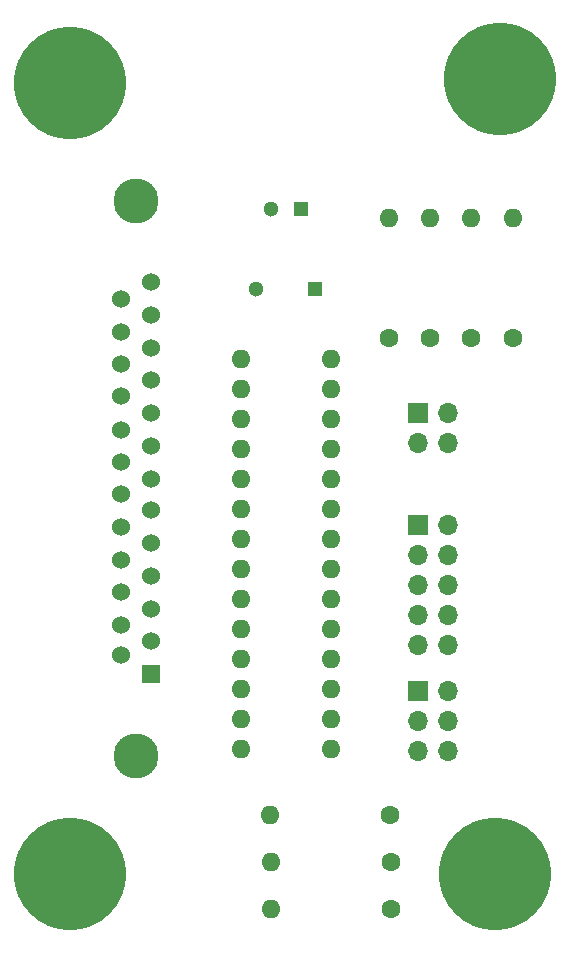
<source format=gts>
%TF.GenerationSoftware,KiCad,Pcbnew,(6.0.1)*%
%TF.CreationDate,2022-06-02T14:42:02-04:00*%
%TF.ProjectId,I2CIO16-DB25,49324349-4f31-4362-9d44-4232352e6b69,X1*%
%TF.SameCoordinates,Original*%
%TF.FileFunction,Soldermask,Top*%
%TF.FilePolarity,Negative*%
%FSLAX46Y46*%
G04 Gerber Fmt 4.6, Leading zero omitted, Abs format (unit mm)*
G04 Created by KiCad (PCBNEW (6.0.1)) date 2022-06-02 14:42:02*
%MOMM*%
%LPD*%
G01*
G04 APERTURE LIST*
%ADD10C,9.525000*%
%ADD11R,1.300000X1.300000*%
%ADD12C,1.300000*%
%ADD13O,1.600000X1.600000*%
%ADD14R,1.700000X1.700000*%
%ADD15O,1.700000X1.700000*%
%ADD16C,1.600000*%
%ADD17C,3.810000*%
%ADD18R,1.524000X1.524000*%
%ADD19C,1.524000*%
G04 APERTURE END LIST*
D10*
%TO.C,MTG4*%
X6000000Y-6000000D03*
%TD*%
%TO.C,MTG3*%
X42420000Y-5650000D03*
%TD*%
%TO.C,MTG2*%
X6000000Y-73000000D03*
%TD*%
%TO.C,MTG1*%
X42000000Y-73000000D03*
%TD*%
D11*
%TO.C,C2*%
X26750000Y-23500000D03*
D12*
X21750000Y-23500000D03*
%TD*%
D13*
%TO.C,U1*%
X20490000Y-29355000D03*
X20490000Y-31895000D03*
X20490000Y-34435000D03*
X20490000Y-36975000D03*
X20490000Y-39515000D03*
X20490000Y-42055000D03*
X20490000Y-44595000D03*
X20490000Y-47135000D03*
X20490000Y-49675000D03*
X20490000Y-52215000D03*
X20490000Y-54755000D03*
X20490000Y-57295000D03*
X20490000Y-59835000D03*
X20490000Y-62375000D03*
X28110000Y-62375000D03*
X28110000Y-59835000D03*
X28110000Y-57295000D03*
X28110000Y-54755000D03*
X28110000Y-52215000D03*
X28110000Y-49675000D03*
X28110000Y-47135000D03*
X28110000Y-44595000D03*
X28110000Y-42055000D03*
X28110000Y-39515000D03*
X28110000Y-36975000D03*
X28110000Y-34435000D03*
X28110000Y-31895000D03*
X28110000Y-29355000D03*
%TD*%
D14*
%TO.C,J3*%
X35500000Y-43425000D03*
D15*
X38040000Y-43425000D03*
X35500000Y-45965000D03*
X38040000Y-45965000D03*
X35500000Y-48505000D03*
X38040000Y-48505000D03*
X35500000Y-51045000D03*
X38040000Y-51045000D03*
X35500000Y-53585000D03*
X38040000Y-53585000D03*
%TD*%
D16*
%TO.C,R2*%
X36500000Y-27580000D03*
D13*
X36500000Y-17420000D03*
%TD*%
D16*
%TO.C,R3*%
X40000000Y-27580000D03*
D13*
X40000000Y-17420000D03*
%TD*%
D16*
%TO.C,R4*%
X43500000Y-27580000D03*
D13*
X43500000Y-17420000D03*
%TD*%
D16*
%TO.C,R1*%
X33000000Y-27580000D03*
D13*
X33000000Y-17420000D03*
%TD*%
D16*
%TO.C,R7*%
X33175000Y-76000000D03*
D13*
X23015000Y-76000000D03*
%TD*%
D16*
%TO.C,R6*%
X33175000Y-72000000D03*
D13*
X23015000Y-72000000D03*
%TD*%
D14*
%TO.C,J2*%
X35500000Y-34000000D03*
D15*
X38040000Y-34000000D03*
X35500000Y-36540000D03*
X38040000Y-36540000D03*
%TD*%
D11*
%TO.C,C1*%
X25560000Y-16670000D03*
D12*
X23060000Y-16670000D03*
%TD*%
D14*
%TO.C,J4*%
X35500000Y-57500000D03*
D15*
X38040000Y-57500000D03*
X35500000Y-60040000D03*
X38040000Y-60040000D03*
X35500000Y-62580000D03*
X38040000Y-62580000D03*
%TD*%
D16*
%TO.C,R5*%
X33080000Y-68000000D03*
D13*
X22920000Y-68000000D03*
%TD*%
D17*
%TO.C,J1*%
X11590000Y-16035000D03*
X11590000Y-63025000D03*
D18*
X12860000Y-56040000D03*
D19*
X12860000Y-53246000D03*
X12860000Y-50579000D03*
X12860000Y-47785000D03*
X12860000Y-44991000D03*
X12860000Y-42197000D03*
X12860000Y-39530000D03*
X12860000Y-36736000D03*
X12860000Y-33942000D03*
X12860000Y-31148000D03*
X12860000Y-28481000D03*
X12860000Y-25687000D03*
X12860000Y-22893000D03*
X10320000Y-54465200D03*
X10320000Y-51925200D03*
X10320000Y-49131200D03*
X10320000Y-46388000D03*
X10320000Y-43644800D03*
X10320000Y-40850800D03*
X10320000Y-38107600D03*
X10320000Y-35364400D03*
X10320000Y-32519600D03*
X10320000Y-29827200D03*
X10320000Y-27084000D03*
X10320000Y-24290000D03*
%TD*%
M02*

</source>
